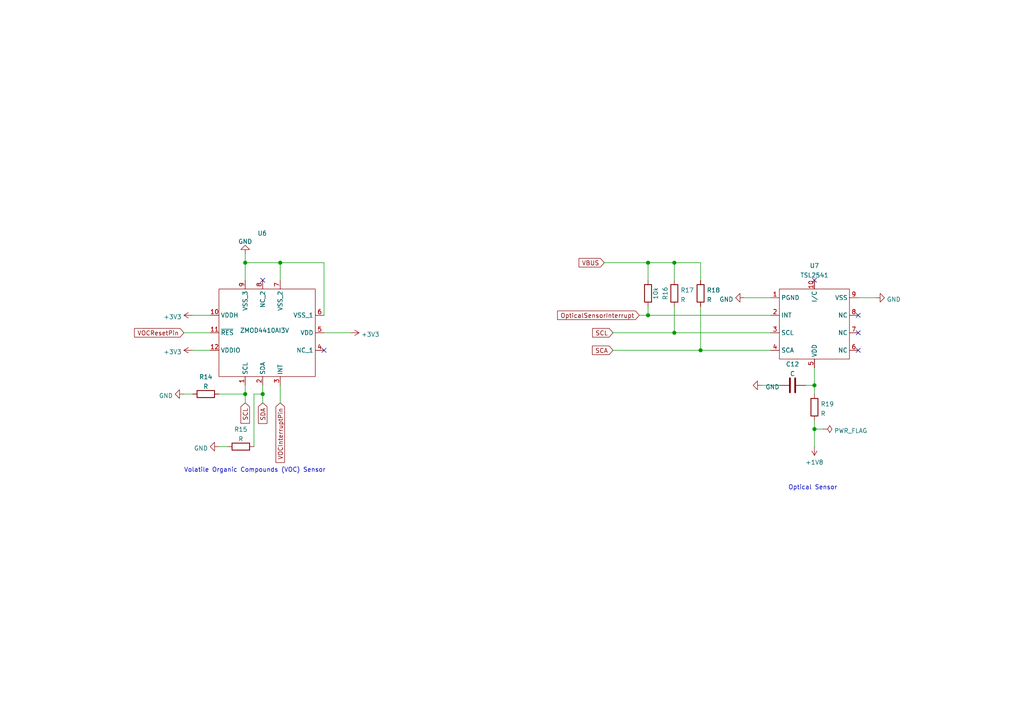
<source format=kicad_sch>
(kicad_sch (version 20210621) (generator eeschema)
  (paper "A4")
  (lib_symbols
    (symbol "Device:C" (pin_numbers hide) (pin_names (offset 0.254))
      (property "Reference" "C" (at 0.635 2.54 0))
      (property "Value" "C" (at 0.635 -2.54 0))
      (symbol "C_0_1"
        (polyline (pts (xy -2.032 -0.762) (xy 2.032 -0.762)) (stroke (width 0.508)))
        (polyline (pts (xy -2.032 0.762) (xy 2.032 0.762)) (stroke (width 0.508)))
      )
      (symbol "C_1_1"
        (pin passive line (at 0 3.81 270) (length 2.794) (name "~") (number "1"))
        (pin passive line (at 0 -3.81 90) (length 2.794) (name "~") (number "2"))
      )
    )
    (symbol "Device:R" (pin_numbers hide) (pin_names (offset 0))
      (property "Reference" "R" (at 2.032 0 90))
      (property "Value" "R" (at 0 0 90))
      (symbol "R_0_1"
        (rectangle (start -1.016 -2.54) (end 1.016 2.54) (stroke (width 0.254)))
      )
      (symbol "R_1_1"
        (pin passive line (at 0 3.81 270) (length 1.27) (name "~") (number "1"))
        (pin passive line (at 0 -3.81 90) (length 1.27) (name "~") (number "2"))
      )
    )
    (symbol "OpticalSensor:TSL2541"
      (property "Reference" "U" (at 0 15.24 0))
      (property "Value" "TSL2541" (at 0 0 0))
      (symbol "TSL2541_0_1"
        (rectangle (start -10.16 10.16) (end 10.16 -10.16) (stroke (width 0.1524)))
      )
      (symbol "TSL2541_1_1"
        (pin bidirectional line (at -12.7 7.62 0) (length 2.54) (name "PGND") (number "1"))
        (pin bidirectional line (at 0 12.7 270) (length 2.54) (name "I/C") (number "10"))
        (pin bidirectional line (at -12.7 2.54 0) (length 2.54) (name "INT") (number "2"))
        (pin bidirectional line (at -12.7 -2.54 0) (length 2.54) (name "SCL") (number "3"))
        (pin bidirectional line (at -12.7 -7.62 0) (length 2.54) (name "SCA") (number "4"))
        (pin bidirectional line (at 0 -12.7 90) (length 2.54) (name "VDD") (number "5"))
        (pin bidirectional line (at 12.7 -7.62 180) (length 2.54) (name "NC") (number "6"))
        (pin bidirectional line (at 12.7 -2.54 180) (length 2.54) (name "NC") (number "7"))
        (pin bidirectional line (at 12.7 2.54 180) (length 2.54) (name "NC") (number "8"))
        (pin bidirectional line (at 12.7 7.62 180) (length 2.54) (name "VSS") (number "9"))
      )
    )
    (symbol "TVOC:ZMOD4410AI3V"
      (property "Reference" "U?" (at 18.7961 0.9085 0))
      (property "Value" "ZMOD4410AI3V" (at 18.7961 -1.8666 0))
      (symbol "ZMOD4410AI3V_0_1"
        (rectangle (start -12.7 12.7) (end 15.24 -12.7) (stroke (width 0.1524)))
      )
      (symbol "ZMOD4410AI3V_1_1"
        (pin bidirectional line (at -5.08 -15.24 90) (length 2.54) (name "SCL") (number "1"))
        (pin bidirectional line (at -15.24 5.08 0) (length 2.54) (name "VDDH") (number "10"))
        (pin bidirectional line (at -15.24 0 0) (length 2.54) (name "~{RES}") (number "11"))
        (pin bidirectional line (at -15.24 -5.08 0) (length 2.54) (name "VDDIO") (number "12"))
        (pin bidirectional line (at 0 -15.24 90) (length 2.54) (name "SDA") (number "2"))
        (pin bidirectional line (at 5.08 -15.24 90) (length 2.54) (name "INT") (number "3"))
        (pin bidirectional line (at 17.78 -5.08 180) (length 2.54) (name "NC_1") (number "4"))
        (pin bidirectional line (at 17.78 0 180) (length 2.54) (name "VDD") (number "5"))
        (pin bidirectional line (at 17.78 5.08 180) (length 2.54) (name "VSS_1") (number "6"))
        (pin bidirectional line (at 5.08 15.24 270) (length 2.54) (name "VSS_2") (number "7"))
        (pin bidirectional line (at 0 15.24 270) (length 2.54) (name "NC_2") (number "8"))
        (pin bidirectional line (at -5.08 15.24 270) (length 2.54) (name "VSS_3") (number "9"))
      )
    )
    (symbol "power:+1V8" (power) (pin_names (offset 0))
      (property "Value" "+1V8" (at 0 3.556 0))
      (symbol "+1V8_0_1"
        (polyline (pts (xy -0.762 1.27) (xy 0 2.54)))
        (polyline (pts (xy 0 0) (xy 0 2.54)))
        (polyline (pts (xy 0 2.54) (xy 0.762 1.27)))
      )
      (symbol "+1V8_1_1"
        (pin power_in line (at 0 0 90) (length 0) hide (name "+1V8") (number "1"))
      )
    )
    (symbol "power:+3.3V" (power) (pin_names (offset 0))
      (property "Value" "+3.3V" (at 0 3.556 0))
      (symbol "+3.3V_0_1"
        (polyline (pts (xy -0.762 1.27) (xy 0 2.54)))
        (polyline (pts (xy 0 0) (xy 0 2.54)))
        (polyline (pts (xy 0 2.54) (xy 0.762 1.27)))
      )
      (symbol "+3.3V_1_1"
        (pin power_in line (at 0 0 90) (length 0) hide (name "+3V3") (number "1"))
      )
    )
    (symbol "power:GND" (power) (pin_names (offset 0))
      (property "Value" "GND" (at 0 -3.81 0))
      (symbol "GND_0_1"
        (polyline (pts (xy 0 0) (xy 0 -1.27) (xy 1.27 -1.27) (xy 0 -2.54) (xy -1.27 -1.27) (xy 0 -1.27)))
      )
      (symbol "GND_1_1"
        (pin power_in line (at 0 0 270) (length 0) hide (name "GND") (number "1"))
      )
    )
    (symbol "power:PWR_FLAG" (power) (pin_numbers hide) (pin_names (offset 0) hide)
      (property "Value" "PWR_FLAG" (at 0 3.81 0))
      (symbol "PWR_FLAG_0_0"
        (pin power_out line (at 0 0 90) (length 0) (name "pwr") (number "1"))
      )
      (symbol "PWR_FLAG_0_1"
        (polyline (pts (xy 0 0) (xy 0 1.27) (xy -1.016 1.905) (xy 0 2.54) (xy 1.016 1.905) (xy 0 1.27)))
      )
    )
  )
  (junction (at 71.12 76.2) (diameter 1.016))
  (junction (at 71.12 114.3) (diameter 1.016))
  (junction (at 76.2 114.3) (diameter 1.016))
  (junction (at 81.28 76.2) (diameter 1.016))
  (junction (at 187.96 76.2) (diameter 1.016))
  (junction (at 187.96 91.44) (diameter 1.016))
  (junction (at 195.58 76.2) (diameter 1.016))
  (junction (at 195.58 96.52) (diameter 1.016))
  (junction (at 203.2 101.6) (diameter 1.016))
  (junction (at 236.22 111.76) (diameter 1.016))
  (junction (at 236.22 124.46) (diameter 1.016))
  (no_connect (at 76.2 81.28))
  (no_connect (at 93.98 101.6))
  (no_connect (at 236.22 81.28))
  (no_connect (at 248.92 91.44))
  (no_connect (at 248.92 96.52))
  (no_connect (at 248.92 101.6))
  (wire (pts (xy 53.34 96.52) (xy 60.96 96.52)))
  (wire (pts (xy 53.34 114.3) (xy 55.88 114.3)))
  (wire (pts (xy 55.88 91.44) (xy 60.96 91.44)))
  (wire (pts (xy 55.88 101.6) (xy 60.96 101.6)))
  (wire (pts (xy 63.5 114.3) (xy 71.12 114.3)))
  (wire (pts (xy 63.5 129.54) (xy 66.04 129.54)))
  (wire (pts (xy 71.12 73.66) (xy 71.12 76.2)))
  (wire (pts (xy 71.12 76.2) (xy 71.12 81.28)))
  (wire (pts (xy 71.12 111.76) (xy 71.12 114.3)))
  (wire (pts (xy 71.12 114.3) (xy 71.12 116.84)))
  (wire (pts (xy 73.66 114.3) (xy 73.66 129.54)))
  (wire (pts (xy 76.2 111.76) (xy 76.2 114.3)))
  (wire (pts (xy 76.2 114.3) (xy 73.66 114.3)))
  (wire (pts (xy 76.2 114.3) (xy 76.2 116.84)))
  (wire (pts (xy 81.28 76.2) (xy 71.12 76.2)))
  (wire (pts (xy 81.28 81.28) (xy 81.28 76.2)))
  (wire (pts (xy 81.28 111.76) (xy 81.28 116.84)))
  (wire (pts (xy 93.98 76.2) (xy 81.28 76.2)))
  (wire (pts (xy 93.98 91.44) (xy 93.98 76.2)))
  (wire (pts (xy 93.98 96.52) (xy 101.6 96.52)))
  (wire (pts (xy 175.26 76.2) (xy 187.96 76.2)))
  (wire (pts (xy 177.8 96.52) (xy 195.58 96.52)))
  (wire (pts (xy 177.8 101.6) (xy 203.2 101.6)))
  (wire (pts (xy 185.42 91.44) (xy 187.96 91.44)))
  (wire (pts (xy 187.96 76.2) (xy 187.96 81.28)))
  (wire (pts (xy 187.96 76.2) (xy 195.58 76.2)))
  (wire (pts (xy 187.96 88.9) (xy 187.96 91.44)))
  (wire (pts (xy 187.96 91.44) (xy 223.52 91.44)))
  (wire (pts (xy 195.58 76.2) (xy 195.58 81.28)))
  (wire (pts (xy 195.58 76.2) (xy 203.2 76.2)))
  (wire (pts (xy 195.58 88.9) (xy 195.58 96.52)))
  (wire (pts (xy 195.58 96.52) (xy 223.52 96.52)))
  (wire (pts (xy 203.2 76.2) (xy 203.2 81.28)))
  (wire (pts (xy 203.2 88.9) (xy 203.2 101.6)))
  (wire (pts (xy 203.2 101.6) (xy 223.52 101.6)))
  (wire (pts (xy 215.9 86.36) (xy 223.52 86.36)))
  (wire (pts (xy 220.98 111.76) (xy 226.06 111.76)))
  (wire (pts (xy 233.68 111.76) (xy 236.22 111.76)))
  (wire (pts (xy 236.22 106.68) (xy 236.22 111.76)))
  (wire (pts (xy 236.22 111.76) (xy 236.22 114.3)))
  (wire (pts (xy 236.22 121.92) (xy 236.22 124.46)))
  (wire (pts (xy 236.22 124.46) (xy 236.22 129.54)))
  (wire (pts (xy 236.22 124.46) (xy 238.76 124.46)))
  (wire (pts (xy 248.92 86.36) (xy 254 86.36)))
  (text "Volatile Organic Compounds (VOC) Sensor" (at 53.34 137.16 0) (effects (font (size 1.27 1.27)) (justify left bottom)))
  (text "Optical Sensor" (at 228.6 142.24 0) (effects (font (size 1.27 1.27)) (justify left bottom)))
  (global_label "VOCResetPin" (shape input) (at 53.34 96.52 180) (property "Intersheet References" "${INTERSHEET_REFS}" (effects hide)))
  (global_label "SCL" (shape input) (at 71.12 116.84 270) (property "Intersheet References" "${INTERSHEET_REFS}" (effects hide)))
  (global_label "SDA" (shape input) (at 76.2 116.84 270) (property "Intersheet References" "${INTERSHEET_REFS}" (effects hide)))
  (global_label "VOCInterruptPin" (shape input) (at 81.28 116.84 270) (property "Intersheet References" "${INTERSHEET_REFS}" (effects hide)))
  (global_label "VBUS" (shape input) (at 175.26 76.2 180) (property "Intersheet References" "${INTERSHEET_REFS}" (effects hide)))
  (global_label "SCL" (shape input) (at 177.8 96.52 180) (property "Intersheet References" "${INTERSHEET_REFS}" (effects hide)))
  (global_label "SCA" (shape input) (at 177.8 101.6 180) (property "Intersheet References" "${INTERSHEET_REFS}" (effects hide)))
  (global_label "OpticalSensorInterrupt" (shape input) (at 185.42 91.44 180) (property "Intersheet References" "${INTERSHEET_REFS}" (effects hide)))
  (symbol (lib_id "power:+3.3V") (at 55.88 91.44 90) (unit 1)
    (property "Reference" "#PWR0139" (effects hide))
    (property "Value" "+3.3V" (at 52.7049 91.919 90) (effects (justify left)))
  )
  (symbol (lib_id "power:+3.3V") (at 55.88 101.6 90) (unit 1)
    (property "Reference" "#PWR0140" (effects hide))
    (property "Value" "+3.3V" (at 52.7049 102.079 90) (effects (justify left)))
  )
  (symbol (lib_id "power:+3.3V") (at 101.6 96.52 270) (unit 1)
    (property "Reference" "#PWR0144" (effects hide))
    (property "Value" "+3.3V" (at 104.7751 96.999 90) (effects (justify left)))
  )
  (symbol (lib_id "power:+1V8") (at 236.22 129.54 180) (unit 1)
    (property "Reference" "#PWR0148" (effects hide))
    (property "Value" "+1V8" (at 236.22 134.1026 0))
  )
  (symbol (lib_id "power:PWR_FLAG") (at 238.76 124.46 270) (unit 1)
    (property "Reference" "#FLG0106" (effects hide))
    (property "Value" "PWR_FLAG" (at 241.9351 124.939 90) (effects (justify left)))
  )
  (symbol (lib_id "power:GND") (at 53.34 114.3 270) (unit 1)
    (property "Reference" "#PWR0141" (effects hide))
    (property "Value" "GND" (at 50.165 114.779 90) (effects (justify right)))
  )
  (symbol (lib_id "power:GND") (at 63.5 129.54 270) (unit 1)
    (property "Reference" "#PWR0143" (effects hide))
    (property "Value" "GND" (at 60.325 130.019 90) (effects (justify right)))
  )
  (symbol (lib_id "power:GND") (at 71.12 73.66 180) (unit 1)
    (property "Reference" "#PWR0142" (effects hide))
    (property "Value" "GND" (at 71.12 70.0554 0))
  )
  (symbol (lib_id "power:GND") (at 215.9 86.36 270) (unit 1)
    (property "Reference" "#PWR0147" (effects hide))
    (property "Value" "GND" (at 212.725 86.839 90) (effects (justify right)))
  )
  (symbol (lib_id "power:GND") (at 220.98 111.76 270) (unit 1)
    (property "Reference" "#PWR0146" (effects hide))
    (property "Value" "GND" (at 221.9961 112.239 90) (effects (justify left)))
  )
  (symbol (lib_id "power:GND") (at 254 86.36 90) (unit 1)
    (property "Reference" "#PWR0145" (effects hide))
    (property "Value" "GND" (at 257.1751 86.839 90) (effects (justify right)))
  )
  (symbol (lib_id "Device:R") (at 59.69 114.3 90) (unit 1)
    (property "Reference" "R14" (at 59.69 109.3174 90))
    (property "Value" "R" (at 59.69 112.0925 90))
  )
  (symbol (lib_id "Device:R") (at 69.85 129.54 90) (unit 1)
    (property "Reference" "R15" (at 69.85 124.5574 90))
    (property "Value" "R" (at 69.85 127.3325 90))
  )
  (symbol (lib_id "Device:R") (at 187.96 85.09 0) (unit 1)
    (property "Reference" "R16" (at 192.9426 85.09 90))
    (property "Value" "10k" (at 190.1675 85.09 90))
  )
  (symbol (lib_id "Device:R") (at 195.58 85.09 180) (unit 1)
    (property "Reference" "R17" (at 197.3581 84.1815 0) (effects (justify right)))
    (property "Value" "R" (at 197.3581 86.9566 0) (effects (justify right)))
  )
  (symbol (lib_id "Device:R") (at 203.2 85.09 180) (unit 1)
    (property "Reference" "R18" (at 204.9781 84.1815 0) (effects (justify right)))
    (property "Value" "R" (at 204.9781 86.9566 0) (effects (justify right)))
  )
  (symbol (lib_id "Device:R") (at 236.22 118.11 0) (unit 1)
    (property "Reference" "R19" (at 237.9981 117.2015 0) (effects (justify left)))
    (property "Value" "R" (at 237.9981 119.9766 0) (effects (justify left)))
  )
  (symbol (lib_id "Device:C") (at 229.87 111.76 90) (unit 1)
    (property "Reference" "C12" (at 229.87 105.6344 90))
    (property "Value" "C" (at 229.87 108.4095 90))
  )
  (symbol (lib_id "OpticalSensor:TSL2541") (at 236.22 93.98 0) (unit 1)
    (property "Reference" "U7" (at 236.22 77.0594 0))
    (property "Value" "TSL2541" (at 236.22 79.8345 0))
  )
  (symbol (lib_id "TVOC:ZMOD4410AI3V") (at 76.2 96.52 0) (unit 1)
    (property "Reference" "U6" (at 74.6761 67.6715 0) (effects (justify left)))
    (property "Value" "ZMOD4410AI3V" (at 69.5961 95.8466 0) (effects (justify left)))
  )
)
</source>
